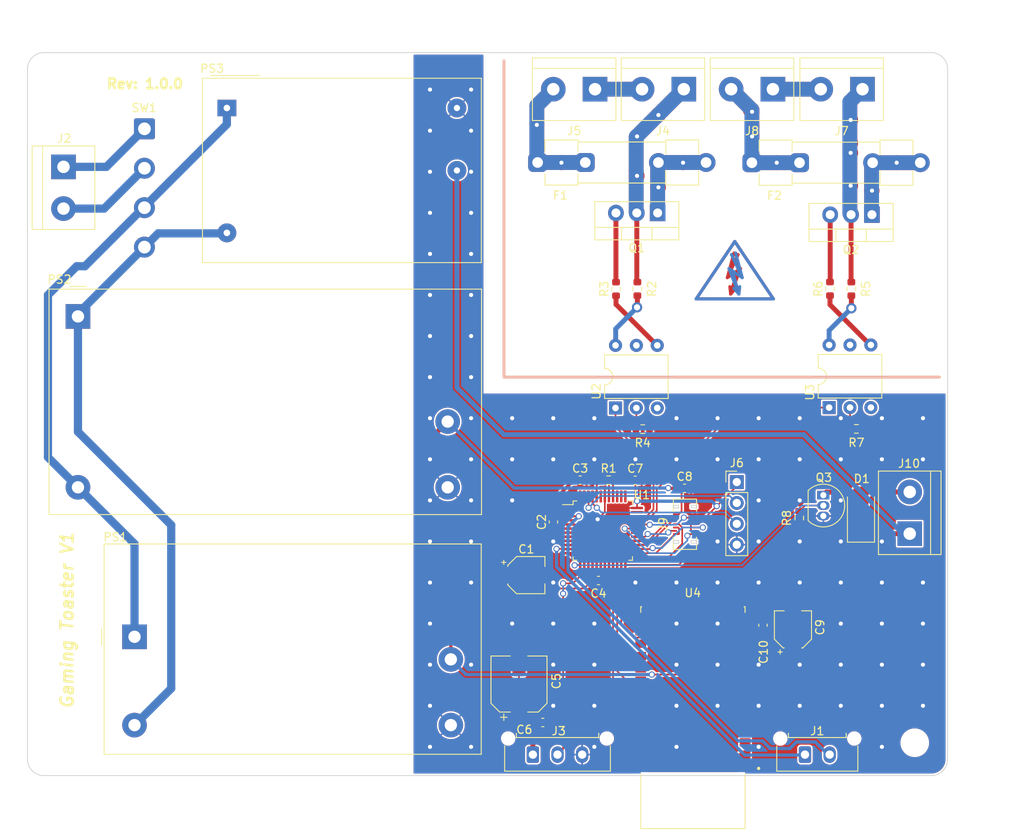
<source format=kicad_pcb>
(kicad_pcb (version 20221018) (generator pcbnew)
  (title_block (title "Gaming Toaster V1") (date "2023-02-19") (rev "1.0.0"))
  (layers (0 "F.Cu" signal) (31 "B.Cu" signal) (34 "B.Paste" user) (35 "F.Paste" user) (36 "B.SilkS" user "B.Silkscreen") (37 "F.SilkS" user "F.Silkscreen") (38 "B.Mask" user) (39 "F.Mask" user) (44 "Edge.Cuts" user))
  (net 0 "")
  (net 1 "+3V3")
  (net 2 "GND")
  (net 3 "+5V")
  (net 4 "+12V")
  (net 5 "Net-(D1-A)")
  (net 6 "Net-(U1-VDDCORE)")
  (net 7 "Net-(J4-Pin_2)")
  (net 8 "/SWDIO")
  (net 9 "/SWCLK")
  (net 10 "/L")
  (net 11 "/~{CS}_DISP")
  (net 12 "/~{RST}_LCD")
  (net 13 "/DC{slash}RS")
  (net 14 "/MOSI")
  (net 15 "/SCK")
  (net 16 "/MISO")
  (net 17 "/CLK")
  (net 18 "/~{CS}_T")
  (net 19 "/T_DETECT")
  (net 20 "/RX_BT")
  (net 21 "/TX_BT")
  (net 22 "/TH+")
  (net 23 "/TH-")
  (net 24 "/N")
  (net 25 "/LED_DIN")
  (net 26 "Net-(Q1-G)")
  (net 27 "Net-(Q2-G)")
  (net 28 "Net-(J4-Pin_1)")
  (net 29 "Net-(R2-Pad1)")
  (net 30 "/EMAGNET")
  (net 31 "Net-(R5-Pad1)")
  (net 32 "Net-(R3-Pad1)")
  (net 33 "/~{RST}")
  (net 34 "Net-(R4-Pad2)")
  (net 35 "Net-(R6-Pad1)")
  (net 36 "Net-(R7-Pad2)")
  (net 37 "/TOP_HEAT")
  (net 47 "/BOT_HEAT")
  (net 48 "/~{RST}_BT")
  (net 85 "Net-(J7-Pin_2)")
  (net 86 "Net-(J7-Pin_1)")
  (net 87 "Net-(Q1-A1)")
  (net 88 "Net-(Q2-A1)")
  (net 89 "Net-(J5-Pin_2)")
  (net 90 "Net-(J8-Pin_2)")
  (net 94 "Net-(#FLG01-pwr)")
  (net 95 "Net-(#FLG02-pwr)")
  (footprint "Package_TO_SOT_THT:TO-220-3_Vertical" (layer "F.Cu") (at 166.71 77.515 180)
    (fp_text reference "Q1")
    (fp_text value "BT139-600")
  )
  (footprint "TerminalBlock:TerminalBlock_bornier-2_P5.08mm" (layer "F.Cu") (at 191.64 62.455 180)
    (fp_text reference "J7")
    (fp_text value "Bottom Heater")
  )
  (footprint "Fuse:Fuseholder_Clip-5x20mm_Littelfuse_520_Inline_P20.50x5.80mm_D1.30mm_Horizontal" (layer "F.Cu") (at 152.1 71.375)
    (fp_text reference "F1")
    (fp_text value "7A")
  )
  (footprint "Capacitor_SMD:CP_Elec_4x3" (layer "F.Cu") (at 150.725 121.6)
    (fp_text reference "C1")
    (fp_text value "2u2/6v3")
  )
  (footprint "Symbol:Symbol_HighVoltage_Type2_CopperTop_VerySmall" (layer "F.Cu") (at 176.09652 85.18333)
    (fp_text reference "REF**" hide)
    (fp_text value "Symbol_HighVoltage_Type2_CopperTop_VerySmall")
  )
  (footprint "Capacitor_SMD:C_0603_1608Metric" (layer "F.Cu") (at 157.275 110.04)
    (fp_text reference "C3")
    (fp_text value "100n")
  )
  (footprint "MountingHole:MountingHole_3mm" (layer "F.Cu") (at 94 142)
    (fp_text reference "REF**" hide)
    (fp_text value "MountingHole_3mm")
  )
  (footprint "Converter_ACDC:Converter_ACDC_MeanWell_IRM-02-xx_THT" (layer "F.Cu") (at 114.275 64.74)
    (fp_text reference "PS3")
    (fp_text value "IRM-02-12")
  )
  (footprint "Resistor_SMD:R_0603_1608Metric" (layer "F.Cu") (at 164.89 103.825 180)
    (fp_text reference "R4")
    (fp_text value "220R")
  )
  (footprint "Resistor_SMD:R_0603_1608Metric" (layer "F.Cu") (at 161.64 86.765 90)
    (fp_text reference "R3")
    (fp_text value "220R")
  )
  (footprint "MountingHole:MountingHole_3mm" (layer "F.Cu") (at 94 62)
    (fp_text reference "REF**" hide)
    (fp_text value "MountingHole_3mm")
  )
  (footprint "Package_DIP:DIP-6_W7.62mm" (layer "F.Cu") (at 161.58 101.255 90)
    (fp_text reference "U2")
    (fp_text value "MOC3041M")
  )
  (footprint "Resistor_SMD:R_0603_1608Metric" (layer "F.Cu") (at 164.24 86.755 90)
    (fp_text reference "R2")
    (fp_text value "220R")
  )
  (footprint "Capacitor_SMD:C_0603_1608Metric" (layer "F.Cu") (at 169.99 111.035)
    (fp_text reference "C8")
    (fp_text value "100n")
  )
  (footprint "Resistor_SMD:R_0603_1608Metric" (layer "F.Cu") (at 160.74 110.045)
    (fp_text reference "R1")
    (fp_text value "10k")
  )
  (footprint "MountingHole:MountingHole_3mm" (layer "F.Cu") (at 198 142)
    (fp_text reference "REF**" hide)
    (fp_text value "MountingHole_3mm")
  )
  (footprint "MountingHole:MountingHole_3mm" (layer "F.Cu") (at 198 62)
    (fp_text reference "REF**" hide)
    (fp_text value "MountingHole_3mm")
  )
  (footprint "Package_TO_SOT_THT:TO-220-3_Vertical" (layer "F.Cu") (at 192.79 77.725 180)
    (fp_text reference "Q2")
    (fp_text value "BT139-600")
  )
  (footprint "Fuse:Fuseholder_Clip-5x20mm_Littelfuse_520_Inline_P20.50x5.80mm_D1.30mm_Horizontal" (layer "F.Cu") (at 178.175 71.4)
    (fp_text reference "F2")
    (fp_text value "7A")
  )
  (footprint "Package_DIP:DIP-6_W7.62mm" (layer "F.Cu") (at 187.58 101.205 90)
    (fp_text reference "U3")
    (fp_text value "MOC3041M")
  )
  (footprint "HC-05:HC-05" (layer "F.Cu") (at 171 138.625 180)
    (fp_text reference "U4")
    (fp_text value "HC-05")
  )
  (footprint "Diode_SMD:D_SMA" (layer "F.Cu") (at 191.455 114.075 90)
    (fp_text reference "D1")
    (fp_text value "1N4002")
  )
  (footprint "Connector_Wire:SolderWire-0.75sqmm_1x04_P4.8mm_D1.25mm_OD2.3mm" (layer "F.Cu") (at 104.24 67.275 -90)
    (fp_text reference "SW1")
    (fp_text value "Power")
  )
  (footprint "TerminalBlock:TerminalBlock_bornier-2_P5.08mm" (layer "F.Cu") (at 169.89 62.455 180)
    (fp_text reference "J4")
    (fp_text value "Top Heater")
  )
  (footprint "Capacitor_SMD:C_0603_1608Metric" (layer "F.Cu") (at 159.505 122.255)
    (fp_text reference "C4")
    (fp_text value "100n")
  )
  (footprint "Capacitor_SMD:C_0603_1608Metric" (layer "F.Cu") (at 179.525 127.7 90)
    (fp_text reference "C10")
    (fp_text value "100n")
  )
  (footprint "Package_QFP:TQFP-48_7x7mm_P0.5mm" (layer "F.Cu") (at 160.03 116.18)
    (fp_text reference "U1")
    (fp_text value "ATSAML21G16B-AUT")
  )
  (footprint "Converter_ACDC:Converter_ACDC_MeanWell_IRM-10-xx_THT" (layer "F.Cu") (at 103.035 129.105)
    (fp_text reference "PS1")
    (fp_text value "IRM-10-3.3")
  )
  (footprint "TerminalBlock:TerminalBlock_bornier-2_P5.08mm" (layer "F.Cu") (at 180.735 62.455 180)
    (fp_text reference "J8")
    (fp_text value "Mains")
  )
  (footprint "Capacitor_SMD:CP_Elec_4x3" (layer "F.Cu") (at 183.175 128.2 90)
    (fp_text reference "C9")
    (fp_text value "2u2/6v3")
  )
  (footprint "Connector_Molex:Molex_SlimStack_502426-1410_2x07_P0.40mm_Vertical" (layer "F.Cu") (at 170.03 115.405 90)
    (fp_text reference "J9")
    (fp_text value "Display")
    (fp_line (start -2.31 -1.41) (end -2.31 -0.76) (stroke (width 0.1)) (layer "Edge.Cuts"))
    (fp_line (start -2.31 -0.76) (end -1.99 -0.76) (stroke (width 0.1)) (layer "Edge.Cuts"))
    (fp_line (start -2.31 0.76) (end -2.31 1.41) (stroke (width 0.1)) (layer "Edge.Cuts"))
    (fp_line (start -2.31 1.41) (end -1.99 1.41) (stroke (width 0.1)) (layer "Edge.Cuts"))
    (fp_line (start -1.99 -1.41) (end -2.31 -1.41) (stroke (width 0.1)) (layer "Edge.Cuts"))
    (fp_line (start -1.99 -0.76) (end -1.99 -1.41) (stroke (width 0.1)) (layer "Edge.Cuts"))
    (fp_line (start -1.99 0.76) (end -2.31 0.76) (stroke (width 0.1)) (layer "Edge.Cuts"))
    (fp_line (start -1.99 1.41) (end -1.99 0.76) (stroke (width 0.1)) (layer "Edge.Cuts"))
    (fp_line (start 1.99 -1.41) (end 1.99 -0.76) (stroke (width 0.1)) (layer "Edge.Cuts"))
    (fp_line (start 1.99 -0.76) (end 2.31 -0.76) (stroke (width 0.1)) (layer "Edge.Cuts"))
    (fp_line (start 1.99 0.76) (end 1.99 1.41) (stroke (width 0.1)) (layer "Edge.Cuts"))
    (fp_line (start 1.99 1.41) (end 2.31 1.41) (stroke (width 0.1)) (layer "Edge.Cuts"))
    (fp_line (start 2.31 -1.41) (end 1.99 -1.41) (stroke (width 0.1)) (layer "Edge.Cuts"))
    (fp_line (start 2.31 -0.76) (end 2.31 -1.41) (stroke (width 0.1)) (layer "Edge.Cuts"))
    (fp_line (start 2.31 0.76) (end 1.99 0.76) (stroke (width 0.1)) (layer "Edge.Cuts"))
    (fp_line (start 2.31 1.41) (end 2.31 0.76) (stroke (width 0.1)) (layer "Edge.Cuts"))
  )
  (footprint "Connector_Molex:Molex_Micro-Fit_3.0_43650-0315_1x03_P3.00mm_Vertical" (layer "F.Cu") (at 151.52 143.445)
    (fp_text reference "J3")
    (fp_text value "LED Strip")
  )
  (footprint "Resistor_SMD:R_0603_1608Metric" (layer "F.Cu") (at 190.285 86.76 90)
    (fp_text reference "R5")
    (fp_text value "220R")
  )
  (footprint "Capacitor_SMD:C_0603_1608Metric" (layer "F.Cu") (at 163.98 110.065)
    (fp_text reference "C7")
    (fp_text value "100n")
  )
  (footprint "TerminalBlock:TerminalBlock_bornier-2_P5.08mm" (layer "F.Cu") (at 159.085 62.455 180)
    (fp_text reference "J5")
    (fp_text value "Mains")
  )
  (footprint "Connector_PinHeader_2.54mm:PinHeader_1x04_P2.54mm_Vertical" (layer "F.Cu") (at 176.34 110.275)
    (fp_text reference "J6")
    (fp_text value "SWD")
  )
  (footprint "Resistor_SMD:R_0603_1608Metric" (layer "F.Cu") (at 183.945 114.65 -90)
    (fp_text reference "R8")
    (fp_text value "10k")
  )
  (footprint "Package_TO_SOT_THT:TO-92_Inline" (layer "F.Cu") (at 186.875 111.86 -90)
    (fp_text reference "Q3")
    (fp_text value "BS107")
  )
  (footprint "Converter_ACDC:Converter_ACDC_MeanWell_IRM-20-xx_THT" (layer "F.Cu") (at 96.15 90.11)
    (fp_text reference "PS2")
    (fp_text value "IRM-20-5")
  )
  (footprint "Connector_Molex:Molex_Micro-Fit_3.0_43650-0215_1x02_P3.00mm_Vertical" (layer "F.Cu") (at 184.64 143.445)
    (fp_text reference "J1")
    (fp_text value "Thermocouple")
  )
  (footprint "TerminalBlock:TerminalBlock_bornier-2_P5.08mm" (layer "F.Cu") (at 197.39 116.555 90)
    (fp_text reference "J10")
    (fp_text value "Electromagnet")
  )
  (footprint "TerminalBlock:TerminalBlock_bornier-2_P5.08mm" (layer "F.Cu") (at 94.39 71.905 -90)
    (fp_text reference "J2")
    (fp_text value "Mains")
  )
  (footprint "Resistor_SMD:R_0603_1608Metric" (layer "F.Cu") (at 187.685 86.75 90)
    (fp_text reference "R6")
    (fp_text value "220R")
  )
  (footprint "Capacitor_SMD:CP_Elec_6.3x3.9" (layer "F.Cu") (at 149.83 134.855 90)
    (fp_text reference "C5")
    (fp_text value "100u/16v")
  )
  (footprint "Capacitor_SMD:C_0603_1608Metric" (layer "F.Cu") (at 154.025 115.13 90)
    (fp_text reference "C2")
    (fp_text value "100n")
  )
  (footprint "Capacitor_SMD:C_0603_1608Metric" (layer "F.Cu") (at 152.73 139.535)
    (fp_text reference "C6")
    (fp_text value "100n")
  )
  (footprint "Resistor_SMD:R_0603_1608Metric" (layer "F.Cu") (at 190.9 103.795 180)
    (fp_text reference "R7")
    (fp_text value "220R")
  )
  (footprint "Symbol:Symbol_HighVoltage_Type2_CopperTop_VerySmall" (layer "B.Cu") (at 176.09652 85.18333 180)
    (fp_text reference "REF**" hide)
    (fp_text value "Symbol_HighVoltage_Type2_CopperTop_VerySmall")
  )
  (gr_line (start 201 97.5) (end 148 97.5) (stroke (width 0.35)) (layer "B.SilkS"))
  (gr_line (start 148 59) (end 148 97.5) (stroke (width 0.35)) (layer "B.SilkS"))
  (gr_line (start 148 59) (end 148 97.5) (stroke (width 0.35)) (layer "F.SilkS"))
  (gr_line (start 159.2 97.5) (end 148 97.5) (stroke (width 0.35)) (layer "F.SilkS"))
  (gr_line (start 201 97.5) (end 194.8 97.5) (stroke (width 0.35)) (layer "F.SilkS"))
  (gr_line (start 185.4 97.5) (end 168.8 97.5) (stroke (width 0.35)) (layer "F.SilkS"))
  (gr_arc (start 90 60) (mid 90.585786 58.585786) (end 92 58) (stroke (width 0.1)) (layer "Edge.Cuts"))
  (gr_line (start 202 60) (end 202 144) (stroke (width 0.1)) (layer "Edge.Cuts"))
  (gr_line (start 200 146) (end 92 146) (stroke (width 0.1)) (layer "Edge.Cuts"))
  (gr_line (start 92 58) (end 200 58) (stroke (width 0.1)) (layer "Edge.Cuts"))
  (gr_arc (start 202 144) (mid 201.414214 145.414214) (end 200 146) (stroke (width 0.1)) (layer "Edge.Cuts"))
  (gr_arc (start 200 58) (mid 201.414214 58.585786) (end 202 60) (stroke (width 0.1)) (layer "Edge.Cuts"))
  (gr_line (start 90 144) (end 90 60) (stroke (width 0.1)) (layer "Edge.Cuts"))
  (gr_arc (start 92 146) (mid 90.585786 145.414214) (end 90 144) (stroke (width 0.1)) (layer "Edge.Cuts"))
  (gr_text "Rev: ${REVISION}" (at 99.5 62.5) (layer "F.SilkS") (effects (font (size 1.2 1.2) (thickness 0.3) bold) (justify left bottom)))
  (gr_text "Gaming Toaster V1" (at 95.7 138 90) (layer "F.SilkS") (effects (font (size 1.5 1.5) (thickness 0.3) bold italic) (justify left bottom)))
  (segment (start 150.55 123.225) (end 148.925 121.6) (width 0.2) (layer "F.Cu") (net 1))
  (segment (start 164 109.6) (end 163.25 108.85) (width 0.2) (layer "F.Cu") (net 1))
  (segment (start 159.9 108.85) (end 157.69 108.85) (width 0.2) (layer "F.Cu") (net 1))
  (segment (start 173.8975 113.1975) (end 171.69 115.405) (width 0.2) (layer "F.Cu") (net 1))
  (segment (start 164.2 113.4225) (end 164.1925 113.43) (width 0.2) (layer "F.Cu") (net 1))
  (segment (start 157.69 108.85) (end 156.5 110.04) (width 0.2) (layer "F.Cu") (net 1))
  (segment (start 141.535 128.99) (end 148.925 121.6) (width 0.4) (layer "F.Cu") (net 1))
  (segment (start 141.535 131.855) (end 141.535 128.99) (width 0.4) (layer "F.Cu") (net 1))
  (segment (start 148.925 121.6) (end 148.925 117.615) (width 0.4) (layer "F.Cu") (net 1))
  (segment (start 159.28 110.68) (end 159.915 110.045) (width 0.2) (layer "F.Cu") (net 1))
  (segment (start 176.34 110.275) (end 176.34 110.755) (width 0.2) (layer "F.Cu") (net 1))
  (segment (start 154.05 115.93) (end 154.025 115.905) (width 0.2) (layer "F.Cu") (net 1))
  (segment (start 154.025 115.905) (end 153.305 115.905) (width 0.2) (layer "F.Cu") (net 1))
  (segment (start 164.2 112.5895) (end 164.2 113.4225) (width 0.2) (layer "F.Cu") (net 1))
  (segment (start 163.25 108.85) (end 159.9 108.85) (width 0.2) (layer "F.Cu") (net 1))
  (segment (start 179.475 133.7) (end 183.175 130) (width 0.2) (layer "F.Cu") (net 1))
  (segment (start 176.34 110.755) (end 173.8975 113.1975) (width 0.2) (layer "F.Cu") (net 1))
  (segment (start 159.28 112.0175) (end 159.28 110.68) (width 0.2) (layer "F.Cu") (net 1))
  (segment (start 153.305 115.905) (end 151.97 114.57) (width 0.2) (layer "F.Cu") (net 1))
  (segment (start 155.8675 115.93) (end 154.05 115.93) (width 0.2) (layer "F.Cu") (net 1))
  (segment (start 164.2 112.5895) (end 164 112.3895) (width 0.2) (layer "F.Cu") (net 1))
  (segment (start 164 112.3895) (end 164 109.6) (width 0.2) (layer "F.Cu") (net 1))
  (segment (start 159.28 121.705) (end 157.76 123.225) (width 0.2) (layer "F.Cu") (net 1))
  (segment (start 171.69 115.405) (end 171.2425 115.405) (width 0.2) (layer "F.Cu") (net 1))
  (segment (start 151.97 114.57) (end 156.5 110.04) (width 0.4) (layer "F.Cu") (net 1))
  (segment (start 157.76 123.225) (end 150.55 123.225) (width 0.2) (layer "F.Cu") (net 1))
  (segment (start 166 133.7) (end 179.475 133.7) (width 0.2) (layer "F.Cu") (net 1))
  (segment (start 183.175 130) (end 181.625 128.45) (width 0.2) (layer "F.Cu") (net 1))
  (segment (start 181.625 128.45) (end 177.35 128.45) (width 0.2) (layer "F.Cu") (net 1))
  (segment (start 159.915 108.865) (end 159.9 108.85) (width 0.2) (layer "F.Cu") (net 1))
  (segment (start 159.915 110.045) (end 159.915 108.865) (width 0.2) (layer "F.Cu") (net 1))
  (segment (start 148.925 117.615) (end 151.97 114.57) (width 0.4) (layer "F.Cu") (net 1))
  (segment (start 159.28 120.3425) (end 159.28 121.705) (width 0.2) (layer "F.Cu") (net 1))
  (via (at 164.2 112.5895) (size 0.75) (drill 0.5) (layers "F.Cu" "B.Cu") (net 1))
  (via (at 173.8975 113.1975) (size 0.75) (drill 0.5) (layers "F.Cu" "B.Cu") (net 1))
  (via (at 166 133.7) (size 0.75) (drill 0.5) (layers "F.Cu" "B.Cu") (net 1))
  (segment (start 164.2 112.5895) (end 164.2105 112.6) (width 0.4) (layer "B.Cu") (net 1))
  (segment (start 143.38 133.7) (end 141.535 131.855) (width 0.4) (layer "B.Cu") (net 1))
  (segment (start 173.3 112.6) (end 173.8975 113.1975) (width 0.4) (layer "B.Cu") (net 1))
  (segment (start 166 133.7) (end 143.38 133.7) (width 0.4) (layer "B.Cu") (net 1))
  (segment (start 164.2105 112.6) (end 173.3 112.6) (width 0.4) (layer "B.Cu") (net 1))
  (segment (start 159.4 114.8) (end 158.77 115.43) (width 0.2) (layer "F.Cu") (net 2))
  (segment (start 159.4 114.8) (end 160.28 113.92) (width 0.2) (layer "F.Cu") (net 2))
  (segment (start 160.28 113.92) (end 160.28 112.0175) (width 0.2) (layer "F.Cu") (net 2))
  (segment (start 177.35 126.95) (end 177.3 126.95) (width 0.2) (layer "F.Cu") (net 2))
  (segment (start 177.3 126.95) (end 177.25 127) (width 0.2) (layer "F.Cu") (net 2))
  (segment (start 158.77 115.43) (end 155.8675 115.43) (width 0.2) (layer "F.Cu") (net 2))
  (via (at 184 137.5) (size 0.75) (drill 0.5) (layers "F.Cu" "B.Cu") (net 2))
  (via (at 139 122.5) (size 0.75) (drill 0.5) (layers "F.Cu" "B.Cu") (net 2))
  (via (at 139 92.5) (size 0.75) (drill 0.5) (layers "F.Cu" "B.Cu") (net 2))
  (via (at 184 117.5) (size 0.75) (drill 0.5) (layers "F.Cu" "B.Cu") (net 2))
  (via (at 169 127.5) (size 0.75) (drill 0.5) (layers "F.Cu" "B.Cu") (net 2))
  (via (at 174 122.5) (size 0.75) (drill 0.5) (layers "F.Cu" "B.Cu") (net 2))
  (via (at 149 112.5) (size 0.75) (drill 0.5) (layers "F.Cu" "B.Cu") (net 2))
  (via (at 199 137.5) (size 0.75) (drill 0.5) (layers "F.Cu" "B.Cu") (net 2))
  (via (at 154 127.5) (size 0.75) (drill 0.5) (layers "F.Cu" "B.Cu") (net 2))
  (via (at 199 127.5) (size 0.75) (drill 0.5) (layers "F.Cu" "B.Cu") (net 2))
  (via (at 169 132.5) (size 0.75) (drill 0.5) (layers "F.Cu" "B.Cu") (net 2))
  (via (at 164 107.5) (size 0.75) (drill 0.5) (layers "F.Cu" "B.Cu") (net 2))
  (via (at 139 142.5) (size 0.75) (drill 0.5) (layers "F.Cu" "B.Cu") (net 2))
  (via (at 159 127.5) (size 0.75) (drill 0.5) (layers "F.Cu" "B.Cu") (net 2))
  (via (at 149 127.5) (size 0.75) (drill 0.5) (layers "F.Cu" "B.Cu") (net 2))
  (via (at 194 117.5) (size 0.75) (drill 0.5) (layers "F.Cu" "B.Cu") (net 2))
  (via (at 144 77.5) (size 0.75) (drill 0.5) (layers "F.Cu" "B.Cu") (net 2))
  (via (at 159.4 114.8) (size 0.75) (drill 0.5) (layers "F.Cu" "B.Cu") (net 2))
  (via (at 164 122.5) (size 0.75) (drill 0.5) (layers "F.Cu" "B.Cu") (net 2))
  (via (at 144 117.5) (size 0.75) (drill 0.5) (layers "F.Cu" "B.Cu") (net 2))
  (via (at 169 137.5) (size 0.75) (drill 0.5) (layers "F.Cu" "B.Cu") (net 2))
  (via (at 189 107.5) (size 0.75) (drill 0.5) (layers "F.Cu" "B.Cu") (net 2))
  (via (at 159 142.5) (size 0.75) (drill 0.5) (layers "F.Cu" "B.Cu") (net 2))
  (via (at 149 102.5) (size 0.75) (drill 0.5) (layers "F.Cu" "B.Cu") (net 2))
  (via (at 154 137.5) (size 0.75) (drill 0.5) (layers "F.Cu" "B.Cu") (net 2))
  (via (at 154 102.5) (size 0.75) (drill 0.5) (layers "F.Cu" "B.Cu") (net 2))
  (via (at 144 142.5) (size 0.75) (drill 0.5) (layers "F.Cu" "B.Cu") (net 2))
  (via (at 174 107.5) (size 0.75) (drill 0.5) (layers "F.Cu" "B.Cu") (net 2))
  (via (at 189 127.5) (size 0.75) (drill 0.5) (layers "F.Cu" "B.Cu") (net 2))
  (via (at 159 137.5) (size 0.75) (drill 0.5) (layers "F.Cu" "B.Cu") (net 2))
  (via (at 189 112.5) (size 0.75) (drill 0.5) (layers "F.Cu" "B.Cu") (net 2))
  (via (at 154 107.5) (size 0.75) (drill 0.5) (layers "F.Cu" "B.Cu") (net 2))
  (via (at 199 102.5) (size 0.75) (drill 0.5) (layers "F.Cu" "B.Cu") (net 2))
  (via (at 154 132.5) (size 0.75) (drill 0.5) (layers "F.Cu" "B.Cu") (net 2))
  (via (at 144 97.5) (size 0.75) (drill 0.5) (layers "F.Cu" "B.Cu") (net 2))
  (via (at 139 82.5) (size 0.75) (drill 0.5) (layers "F.Cu" "B.Cu") (net 2))
  (via (at 199 132.5) (size 0.75) (drill 0.5) (layers "F.Cu" "B.Cu") (net 2))
  (via (at 174 132.5) (size 0.75) (drill 0.5) (layers "F.Cu" "B.Cu") (net 2))
  (via (at 139 97.5) (size 0.75) (drill 0.5) (layers "F.Cu" "B.Cu") (net 2))
  (via (at 184 107.5) (size 0.75) (drill 0.5) (layers "F.Cu" "B.Cu") (net 2))
  (via (at 179 132.5) (size 0.75) (drill 0.5) (layers "F.Cu" "B.Cu") (net 2))
  (via (at 194 122.5) (size 0.75) (drill 0.5) (layers "F.Cu" "B.Cu") (net 2))
  (via (at 154 117.5) (size 0.75) (drill 0.5) (layers "F.Cu" "B.Cu") (net 2))
  (via (at 174 137.5) (size 0.75) (drill 0.5) (layers "F.Cu" "B.Cu") (net 2))
  (via (at 184 132.5) (size 0.75) (drill 0.5) (layers "F.Cu" "B.Cu") (net 2))
  (via (at 144 112.5) (size 0.75) (drill 0.5) (layers "F.Cu" "B.Cu") (net 2))
  (via (at 189 132.5) (size 0.75) (drill 0.5) (layers "F.Cu" "B.Cu") (net 2))
  (via (at 189 137.5) (size 0.75) (drill 0.5) (layers "F.Cu" "B.Cu") (net 2))
  (via (at 194 142.5) (size 0.75) (drill 0.5) (layers "F.Cu" "B.Cu") (net 2))
  (via (at 154 122.5) (size 0.75) (drill 0.5) (layers "F.Cu" "B.Cu") (net 2))
  (via (at 179 102.5) (size 0.75) (drill 0.5) (layers "F.Cu" "B.Cu") (net 2))
  (via (at 189 102.5) (size 0.75) (drill 0.5) (layers "F.Cu" "B.Cu") (net 2))
  (via (at 184 102.5) (size 0.75) (drill 0.5) (layers "F.Cu" "B.Cu") (net 2))
  (via (at 194 127.5) (size 0.75) (drill 0.5) (layers "F.Cu" "B.Cu") (net 2))
  (via (at 139 77.5) (size 0.75) (drill 0.5) (layers "F.Cu" "B.Cu") (net 2))
  (via (at 179 107.5) (size 0.75) (drill 0.5) (layers "F.Cu" "B.Cu") (net 2))
  (via (at 169 107.5) (size 0.75) (drill 0.5) (layers "F.Cu" "B.Cu") (net 2))
  (via (at 179 137.5) (size 0.75) (drill 0.5) (layers "F.Cu" "B.Cu") (net 2))
  (via (at 169 122.5) (size 0.75) (drill 0.5) (layers "F.Cu" "B.Cu") (net 2))
  (via (at 194 137.5) (size 0.75) (drill 0.5) (layers "F.Cu" "B.Cu") (net 2))
  (via (at 139 67.5) (size 0.75) (drill 0.5) (layers "F.Cu" "B.Cu") (net 2))
  (via (at 194 132.5) (size 0.75) (drill 0.5) (layers "F.Cu" "B.Cu") (net 2))
  (via (at 144 62.5) (size 0.75) (drill 0.5) (layers "F.Cu" "B.Cu") (net 2))
  (via (at 139 117.5) (size 0.75) (drill 0.5) (layers "F.Cu" "B.Cu") (net 2))
  (via (at 144 67.5) (size 0.75) (drill 0.5) (layers "F.Cu" "B.Cu") (net 2))
  (via (at 139 87.5) (size 0.75) (drill 0.5) (layers "F.Cu" "B.Cu") (net 2))
  (via (at 184 122.5) (size 0.75) (drill 0.5) (layers "F.Cu" "B.Cu") (net 2))
  (via (at 169 142.5) (size 0.75) (drill 0.5) (layers "F.Cu" "B.Cu") (net 2))
  (via (at 159 102.5) (size 0.75) (drill 0.5) (layers "F.Cu" "B.Cu") (net 2))
  (via (at 139 62.5) (size 0.75) (drill 0.5) (layers "F.Cu" "B.Cu") (net 2))
  (via (at 139 112.5) (size 0.75) (drill 0.5) (layers "F.Cu" "B.Cu") (net 2))
  (via (at 149 107.5) (size 0.75) (drill 0.5) (layers "F.Cu" "B.Cu") (net 2))
  (via (at 189 117.5) (size 0.75) (drill 0.5) (layers "F.Cu" "B.Cu") (net 2))
  (via (at 144 72.5) (size 0.75) (drill 0.5) (layers "F.Cu" "B.Cu") (net 2))
  (via (at 139 107.5) (size 0.75) (drill 0.5) (layers "F.Cu" "B.Cu") (net 2))
  (via (at 139 127.5) (size 0.75) (drill 0.5) (layers "F.Cu" "B.Cu") (net 2))
  (via (at 144 132.5) (size 0.75) (drill 0.5) (layers "F.Cu" "B.Cu") (net 2))
  (via (at 174 102.5) (size 0.75) (drill 0.5) (layers "F.Cu" "B.Cu") (net 2))
  (via (at 179 142.5) (size 0.75) (drill 0.5) (layers "F.Cu" "B.Cu") (net 2))
  (via (at 159 107.5) (size 0.75) (drill 0.5) (layers "F.Cu" "B.Cu") (net 2))
  (via (at 139 137.5) (size 0.75) (drill 0.5) (layers "F.Cu" "B.Cu") (net 2))
  (via (at 144 107.5) (size 0.75) (drill 0.5) (layers "F.Cu" "B.Cu") (net 2))
  (via (at 139 102.5) (size 0.75) (drill 0.5) (layers "F.Cu" "B.Cu") (net 2))
  (via (at 174 127.5) (size 0.75) (drill 0.5) (layers "F.Cu" "B.Cu") (net 2))
  (via (at 144 102.5) (size 0.75) (drill 0.5) (layers "F.Cu" "B.Cu") (net 2))
  (via (at 179 112.5) (size 0.75) (drill 0.5) (layers "F.Cu" "B.Cu") (net 2))
  (via (at 199 122.5) (size 0.75) (drill 0.5) (layers "F.Cu" "B.Cu") (net 2))
  (via (at 144 122.5) (size 0.75) (drill 0.5) (layers "F.Cu" "B.Cu") (net 2))
  (via (at 194 102.5) (size 0.75) (drill 0.5) (layers "F.Cu" "B.Cu") (net 2))
  (via (at 199 107.5) (size 0.75) (drill 0.5) (layers "F.Cu" "B.Cu") (net 2))
  (via (at 184 112.5) (size 0.75) (drill 0.5) (layers "F.Cu" "B.Cu") (net 2))
  (via (at 179 122.5) (size 0.75) (drill 0.5) (layers "F.Cu" "B.Cu") (net 2))
  (via (at 139 72.5) (size 0.75) (drill 0.5) (layers "F.Cu" "B.Cu") (net 2))
  (via (at 169 102.5) (size 0.75) (drill 0.5) (layers "F.Cu" "B.Cu") (net 2))
  (via (at 139 132.5) (size 0.75) (drill 0.5) (layers "F.Cu" "B.Cu") (net 2))
  (via (at 144 87.5) (size 0.75) (drill 0.5) (layers "F.Cu" "B.Cu") (net 2))
  (via (at 144 82.5) (size 0.75) (drill 0.5) (layers "F.Cu" "B.Cu") (net 2))
  (via (at 144 92.5) (size 0.75) (drill 0.5) (layers "F.Cu" "B.Cu") (net 2))
  (via (at 194 107.5) (size 0.75) (drill 0.5) (layers "F.Cu" "B.Cu") (net 2))
  (via (at 189 122.5) (size 0.75) (drill 0.5) (layers "F.Cu" "B.Cu") (net 2))
  (via (at 179 117.5) (size 0.75) (drill 0.5) (layers "F.Cu" "B.Cu") (net 2))
  (via (at 159 132.5) (size 0.75) (drill 0.5) (layers "F.Cu" "B.Cu") (net 2))
  (via (at 174 117.5) (size 0.75) (drill 0.5) (layers "F.Cu" "B.Cu") (net 2))
  (segment (start 151.52 143.445) (end 151.52 140.35) (width 0.6) (layer "F.Cu") (net 3))
  (segment (start 138 133.5) (end 138 106.06) (width 0.6) (layer "F.Cu") (net 3))
  (segment (start 169.62 113.84) (end 169.62 111.44) (width 0.2) (layer "F.Cu") (net 3))
  (segment (start 138 106.06) (end 141.15 102.91) (width 0.6) (layer "F.Cu") (net 3))
  (segment (start 149.83 137.555) (end 149.275 137) (width 0.6) (layer "F.Cu") (net 3))
  (segment (start 152 139) (end 150.555 137.555) (width 0.6) (layer "F.Cu") (net 3))
  (segment (start 169.255 114.205) (end 169.62 113.84) (width 0.2) (layer "F.Cu") (net 3))
  (segment (start 168.035 111.035) (end 168 111) (width 0.4) (layer "F.Cu") (net 3))
  (segment (start 152 139.87) (end 152 139) (width 0.6) (layer "F.Cu") (net 3))
  (segment (start 168.8175 114.205) (end 169.255 114.205) (width 0.2) (layer "F.Cu") (net 3))
  (segment (start 169.62 111.44) (end 169.215 111.035) (width 0.2) (layer "F.Cu") (net 3))
  (segment (start 169.215 111.035) (end 168.035 111.035) (width 0.4) (layer "F.Cu") (net 3))
  (segment (start 151.52 140.35) (end 152 139.87) (width 0.6) (layer "F.Cu") (net 3))
  (segment (start 150.555 137.555) (end 149.83 137.555) (width 0.6) (layer "F.Cu") (net 3))
  (segment (start 149.275 137) (end 141.5 137) (width 0.6) (layer "F.Cu") (net 3))
  (segment (start 141.5 137) (end 138 133.5) (width 0.6) (layer "F.Cu") (net 3))
  (via (at 168 111) (size 0.75) (drill 0.5) (layers "F.Cu" "B.Cu") (net 3))
  (segment (start 149.24 111) (end 141.15 102.91) (width 0.4) (layer "B.Cu") (net 3))
  (segment (start 168 111) (end 149.24 111) (width 0.4) (layer "B.Cu") (net 3))
  (segment (start 191.935 116.555) (end 197.39 116.555) (width 0.6) (layer "F.Cu") (net 4))
  (segment (start 191.455 116.075) (end 191.935 116.555) (width 0.6) (layer "F.Cu") (net 4))
  (segment (start 142.275 72.34) (end 142.275 98.775) (width 0.6) (layer "B.Cu") (net 4))
  (segment (start 184.5 104.5) (end 196.555 116.555) (width 0.6) (layer "B.Cu") (net 4))
  (segment (start 142.275 98.775) (end 148 104.5) (width 0.6) (layer "B.Cu") (net 4))
  (segment (start 196.555 116.555) (end 197.39 116.555) (width 0.6) (layer "B.Cu") (net 4))
  (segment (start 148 104.5) (end 184.5 104.5) (width 0.6) (layer "B.Cu") (net 4))
  (segment (start 190.88 111.5) (end 187.235 111.5) (width 0.6) (layer "F.Cu") (net 5))
  (segment (start 187.235 111.5) (end 186.875 111.86) (width 0.6) (layer "F.Cu") (net 5))
  (segment (start 192.055 111.475) (end 197.39 111.475) (width 0.6) (layer "F.Cu") (net 5))
  (segment (start 191.455 112.075) (end 190.88 111.5) (width 0.6) (layer "F.Cu") (net 5))
  (segment (start 191.455 112.075) (end 192.055 111.475) (width 0.6) (layer "F.Cu") (net 5))
  (segment (start 163.205 110.065) (end 162.34 109.2) (width 0.2) (layer "F.Cu") (net 6))
  (segment (start 162.34 109.2) (end 161.2 109.2) (width 0.2) (layer "F.Cu") (net 6))
  (segment (start 161.2 109.2) (end 160.78 109.62) (width 0.2) (layer "F.Cu") (net 6))
  (segment (start 160.78 109.62) (end 160.78 112.0175) (width 0.2) (layer "F.Cu") (net 6))
  (segment (start 164.81 62.455) (end 159.085 62.455) (width 1.8) (layer "F.Cu") (net 7))
  (segment (start 159.085 62.455) (end 164.81 62.455) (width 1.8) (layer "B.Cu") (net 7))
  (segment (start 158.3 112.0375) (end 158.28 112.0175) (width 0.2) (layer "F.Cu") (net 8))
  (segment (start 158.3 113.4) (end 158.3 112.0375) (width 0.2) (layer "F.Cu") (net 8))
  (via (at 158.3 113.4) (size 0.75) (drill 0.5) (layers "F.Cu" "B.Cu") (net 8))
  (segment (start 176.34 112.815) (end 175.49 111.965) (width 0.2) (layer "B.Cu") (net 8))
  (segment (start 175.49 111.965) (end 159.735 111.965) (width 0.2) (layer "B.Cu") (net 8))
  (segment (start 159.735 111.965) (end 158.3 113.4) (width 0.2) (layer "B.Cu") (net 8))
  (segment (start 158.78 112.0175) (end 158.78 112.88) (width 0.2) (layer "F.Cu") (net 9))
  (segment (start 158.78 112.88) (end 159.3 113.4) (width 0.2) (layer "F.Cu") (net 9))
  (via (at 159.3 113.4) (size 0.75) (drill 0.5) (layers "F.Cu" "B.Cu") (net 9))
  (segment (start 159.3 113.4) (end 159.875 113.975) (width 0.2) (layer "B.Cu") (net 9))
  (segment (start 159.875 113.975) (end 174.96 113.975) (width 0.2) (layer "B.Cu") (net 9))
  (segment (start 174.96 113.975) (end 176.34 115.355) (width 0.2) (layer "B.Cu") (net 9))
  (segment (start 99.61 71.905) (end 104.24 67.275) (width 1) (layer "B.Cu") (net 10))
  (segment (start 94.39 71.905) (end 99.61 71.905) (width 1) (layer "B.Cu") (net 10))
  (segment (start 165.545 117.43) (end 168.37 114.605) (width 0.2) (layer "F.Cu") (net 11))
  (segment (start 164.1925 117.43) (end 165.545 117.43) (width 0.2) (layer "F.Cu") (net 11))
  (segment (start 168.37 114.605) (end 168.8175 114.605) (width 0.2) (layer "F.Cu") (net 11))
  (segment (start 169.905 114.605) (end 171.2425 114.605) (width 0.2) (layer "F.Cu") (net 12))
  (segment (start 164.1925 115.43) (end 165.703113 115.43) (width 0.2) (layer "F.Cu") (net 12))
  (segment (start 165.703113 115.43) (end 165.739623 115.46651) (width 0.2) (layer "F.Cu") (net 12))
  (segment (start 169.9 114.6) (end 169.905 114.605) (width 0.2) (layer "F.Cu") (net 12))
  (via (at 169.9 114.6) (size 0.75) (drill 0.5) (layers "F.Cu" "B.Cu") (net 12))
  (via (at 165.739623 115.46651) (size 0.75) (drill 0.5) (layers "F.Cu" "B.Cu") (net 12))
  (segment (start 169.03349 115.46651) (end 165.739623 115.46651) (width 0.2) (layer "B.Cu") (net 12))
  (segment (start 169.9 114.6) (end 169.03349 115.46651) (width 0.2) (layer "B.Cu") (net 12))
  (segment (start 168.464974 115.005) (end 168.8175 115.005) (width 0.2) (layer "F.Cu") (net 13))
  (segment (start 165.539974 117.93) (end 168.464974 115.005) (width 0.2) (layer "F.Cu") (net 13))
  (segment (start 164.1925 117.93) (end 165.539974 117.93) (width 0.2) (layer "F.Cu") (net 13))
  (segment (start 171.2425 116.205) (end 170.795 116.205) (width 0.2) (layer "F.Cu") (net 14))
  (segment (start 170.795 116.205) (end 170.755 116.165) (width 0.2) (layer "F.Cu") (net 14))
  (segment (start 170.795 115.005) (end 171.2425 115.005) (width 0.2) (layer "F.Cu") (net 14))
  (segment (start 169.307475 120.3425) (end 171.79 117.859975) (width 0.2) (layer "F.Cu") (net 14))
  (segment (start 170.755 116.165) (end 170.755 115.045) (width 0.2) (layer "F.Cu") (net 14))
  (segment (start 170.755 115.045) (end 170.795 115.005) (width 0.2) (layer "F.Cu") (net 14))
  (segment (start 162.78 120.3425) (end 169.307475 120.3425) (width 0.2) (layer "F.Cu") (net 14))
  (segment (start 171.56 116.205) (end 171.2425 116.205) (width 0.2) (layer "F.Cu") (net 14))
  (segment (start 171.79 116.435) (end 171.56 116.205) (width 0.2) (layer "F.Cu") (net 14))
  (segment (start 171.79 117.859975) (end 171.79 116.435) (width 0.2) (layer "F.Cu") (net 14))
  (segment (start 155.8675 118.93) (end 156.2675 119.33) (width 0.2) (layer "F.Cu") (net 15))
  (segment (start 169.7 117.779975) (end 169.7 115.805026) (width 0.2) (layer "F.Cu") (net 15))
  (segment (start 169.299974 115.405) (end 168.8175 115.405) (width 0.2) (layer "F.Cu") (net 15))
  (segment (start 169.7 115.805026) (end 169.299974 115.405) (width 0.2) (layer "F.Cu") (net 15))
  (segment (start 156.2675 119.33) (end 168.149975 119.33) (width 0.2) (layer "F.Cu") (net 15))
  (segment (start 168.149975 119.33) (end 169.7 117.779975) (width 0.2) (layer "F.Cu") (net 15))
  (segment (start 168.8175 116.605) (end 169.265 116.605) (width 0.2) (layer "F.Cu") (net 16))
  (segment (start 164.1925 118.93) (end 166.4925 118.93) (width 0.2) (layer "F.Cu") (net 16))
  (segment (start 169.305 115.905) (end 169.205 115.805) (width 0.2) (layer "F.Cu") (net 16))
  (segment (start 169.205 115.805) (end 168.8175 115.805) (width 0.2) (layer "F.Cu") (net 16))
  (segment (start 169.265 116.605) (end 169.305 116.565) (width 0.2) (layer "F.Cu") (net 16))
  (segment (start 166.4925 118.93) (end 168.8175 116.605) (width 0.2) (layer "F.Cu") (net 16))
  (segment (start 169.305 116.565) (end 169.305 115.905) (width 0.2) (layer "F.Cu") (net 16))
  (segment (start 164.1925 118.43) (end 165.9755 118.43) (width 0.2) (layer "F.Cu") (net 17))
  (segment (start 172.2 115.8) (end 172.195 115.805) (width 0.2) (layer "F.Cu") (net 17))
  (segment (start 172.195 115.805) (end 171.2425 115.805) (width 0.2) (layer "F.Cu") (net 17))
  (segment (start 165.9755 118.43) (end 166.1 118.3055) (width 0.2) (layer "F.Cu") (net 17))
  (via (at 166.1 118.3055) (size 0.75) (drill 0.5) (layers "F.Cu" "B.Cu") (net 17))
  (via (at 172.2 115.8) (size 0.75) (drill 0.5) (layers "F.Cu" "B.Cu") (net 17))
  (segment (start 172.2 115.8) (end 169.720025 115.8) (width 0.2) (layer "B.Cu") (net 17))
  (segment (start 167.214525 118.3055) (end 166.1 118.3055) (width 0.2) (layer "B.Cu") (net 17))
  (segment (start 169.720025 115.8) (end 167.214525 118.3055) (width 0.2) (layer "B.Cu") (net 17))
  (segment (start 165.161822 116.93) (end 165.495911 116.595911) (width 0.2) (layer "F.Cu") (net 18))
  (segment (start 168 116.4) (end 168.195 116.205) (width 0.2) (layer "F.Cu") (net 18))
  (segment (start 168.195 116.205) (end 168.8175 116.205) (width 0.2) (layer "F.Cu") (net 18))
  (segment (start 164.1925 116.93) (end 165.161822 116.93) (width 0.2) (layer "F.Cu") (net 18))
  (via (at 168 116.4) (size 0.75) (drill 0.5) (layers "F.Cu" "B.Cu") (net 18))
  (via (at 165.495911 116.595911) (size 0.75) (drill 0.5) (layers "F.Cu" "B.Cu") (net 18))
  (segment (start 165.495911 116.595911) (end 167.804089 116.595911) (width 0.2) (layer "B.Cu") (net 18))
  (segment (start 167.804089 116.595911) (end 168 116.4) (width 0.2) (layer "B.Cu") (net 18))
  (segment (start 170.5195 116.605) (end 171.2425 116.605) (width 0.2) (layer "F.Cu") (net 19))
  (segment (start 162.7 115.93) (end 164.1925 115.93) (width 0.2) (layer "F.Cu") (net 19))
  (segment (start 170.3245 116.8) (end 170.5195 116.605) (width 0.2) (layer "F.Cu") (net 19))
  (via (at 170.3245 116.8) (size 0.75) (drill 0.5) (layers "F.Cu" "B.Cu") (net 19))
  (via (at 162.7 115.93) (size 0.75) (drill 0.5) (layers "F.Cu" "B.Cu") (net 19))
  (segment (start 162.7 115.95) (end 162.7 115.93) (width 0.2) (layer "B.Cu") (net 19))
  (segment (start 170.3245 116.8) (end 170.3245 117.3755) (width 0.2) (layer "B.Cu") (net 19))
  (segment (start 170.3245 117.3755) (end 168.7695 118.9305) (width 0.2) (layer "B.Cu") (net 19))
  (segment (start 168.7695 118.9305) (end 165.6805 118.9305) (width 0.2) (layer "B.Cu") (net 19))
  (segment (start 165.6805 118.9305) (end 162.7 115.95) (width 0.2) (layer "B.Cu") (net 19))
  (segment (start 161.78 133.28) (end 161.78 120.3425) (width 0.2) (layer "F.Cu") (net 20))
  (segment (start 177.3 143.4) (end 175.9 143.4) (width 0.2) (layer "F.Cu") (net 20))
  (segment (start 167.7 135.2) (end 163.7 135.2) (width 0.2) (layer "F.Cu") (net 20))
  (segment (start 175.9 143.4) (end 167.7 135.2) (width 0.2) (layer "F.Cu") (net 20))
  (segment (start 177.35 143.45) (end 177.3 143.4) (width 0.2) (layer "F.Cu") (net 20))
  (segment (start 163.7 135.2) (end 161.78 133.28) (width 0.2) (layer "F.Cu") (net 20))
  (segment (start 177.35 144.95) (end 175.45 144.95) (width 0.2) (layer "F.Cu") (net 21))
  (segment (start 161.28 134.23) (end 161.28 120.3425) (width 0.2) (layer "F.Cu") (net 21))
  (segment (start 175.45 144.95) (end 167.2 136.7) (width 0.2) (layer "F.Cu") (net 21))
  (segment (start 163.75 136.7) (end 161.28 134.23) (width 0.2) (layer "F.Cu") (net 21))
  (segment (start 167.2 136.7) (end 163.75 136.7) (width 0.2) (layer "F.Cu") (net 21))
  (segment (start 154.4 118.4) (end 155.8375 118.4) (width 0.2) (layer "F.Cu") (net 22))
  (segment (start 155.8375 118.4) (end 155.8675 118.43) (width 0.2) (layer "F.Cu") (net 22))
  (via (at 154.4 118.4) (size 0.75) (drill 0.5) (layers "F.Cu" "B.Cu") (net 22))
  (segment (start 184.585 143.5) (end 184.64 143.445) (width 0.4) (layer "B.Cu") (net 22))
  (segment (start 154.4 118.4) (end 154.4 120.6) (width 0.4) (layer "B.Cu") (net 22))
  (segment (start 154.4 120.6) (end 177.3 143.5) (width 0.4) (layer "B.Cu") (net 22))
  (segment (start 177.3 143.5) (end 184.585 143.5) (width 0.4) (layer "B.Cu") (net 22))
  (segment (start 157.1 114.43) (end 155.8675 114.43) (width 0.2) (layer "F.Cu") (net 23))
  (via (at 157.1 114.43) (size 0.75) (drill 0.5) (layers "F.Cu" "B.Cu") (net 23))
  (segment (start 176.475 141.775) (end 179.475 141.775) (width 0.4) (layer "B.Cu") (net 23))
  (segment (start 179.475 141.775) (end 180.4 142.7) (width 0.4) (layer "B.Cu") (net 23))
  (segment (start 185.9 141.9) (end 187.445 143.445) (width 0.4) (layer "B.Cu") (net 23))
  (segment (start 183.6 141.9) (end 185.9 141.9) (width 0.4) (layer "B.Cu") (net 23))
  (segment (start 187.445 143.445) (end 187.64 143.445) (width 0.4) (layer "B.Cu") (net 23))
  (segment (start 155.8 121.1) (end 176.475 141.775) (width 0.4) (layer "B.Cu") (net 23))
  (segment (start 155.8 115.73) (end 155.8 121.1) (width 0.4) (layer "B.Cu") (net 23))
  (segment (start 157.1 114.43) (end 155.8 115.73) (width 0.4) (layer "B.Cu") (net 23))
  (segment (start 180.4 142.7) (end 182.8 142.7) (width 0.4) (layer "B.Cu") (net 23))
  (segment (start 182.8 142.7) (end 183.6 141.9) (width 0.4) (layer "B.Cu") (net 23))
  (segment (start 99.33 76.985) (end 94.39 76.985) (width 1) (layer "B.Cu") (net 24))
  (segment (start 104.24 72.075) (end 99.33 76.985) (width 1) (layer "B.Cu") (net 24))
  (segment (start 155.2 142.765) (end 154.52 143.445) (width 0.2) (layer "F.Cu") (net 25))
  (segment (start 155.2 123.8495) (end 155.2 142.765) (width 0.2) (layer "F.Cu") (net 25))
  (segment (start 156.4 122.6) (end 157.78 121.22) (width 0.2) (layer "F.Cu") (net 25))
  (segment (start 155.2 122.6) (end 156.4 122.6) (width 0.2) (layer "F.Cu") (net 25))
  (segment (start 157.78 121.22) (end 157.78 120.3425) (width 0.2) (layer "F.Cu") (net 25))
  (via (at 155.2 122.6) (size 0.75) (drill 0.5) (layers "F.Cu" "B.Cu") (net 25))
  (via (at 155.2 123.8495) (size 0.75) (drill 0.5) (layers "F.Cu" "B.Cu") (net 25))
  (segment (start 155.2 123.8495) (end 155.2 122.6) (width 0.2) (layer "B.Cu") (net 25))
  (segment (start 161.63 85.93) (end 161.64 85.94) (width 0.6) (layer "F.Cu") (net 26))
  (segment (start 161.63 77.515) (end 161.63 85.93) (width 0.6) (layer "F.Cu") (net 26))
  (segment (start 187.685 85.925) (end 187.71 85.9) (width 0.6) (layer "F.Cu") (net 27))
  (segment (start 187.71 85.9) (end 187.71 77.725) (width 0.6) (layer "F.Cu") (net 27))
  (segment (start 166.745 65.6) (end 164.2 68.145) (width 1.8) (layer "F.Cu") (net 28))
  (segment (start 164.17 85.86) (end 164.17 77.515) (width 0.6) (layer "F.Cu") (net 28))
  (segment (start 169.89 62.455) (end 166.8 65.545) (width 1.8) (layer "F.Cu") (net 28))
  (segment (start 164.1 68.245) (end 164.145 68.2) (width 1.8) (layer "F.Cu") (net 28))
  (segment (start 164.1 72.4) (end 164.1 72.9) (width 1.8) (layer "F.Cu") (net 28))
  (segment (start 164.24 85.93) (end 164.17 85.86) (width 0.6) (layer "F.Cu") (net 28))
  (segment (start 164.2 68.145) (end 164.2 68.2) (width 1.8) (layer "F.Cu") (net 28))
  (segment (start 164.1 73.1) (end 164.1 77.445) (width 1.8) (layer "F.Cu") (net 28))
  (segment (start 164.2 73) (end 164.1 73.1) (width 1.8) (layer "F.Cu") (net 28))
  (segment (start 166.8 65.545) (end 166.8 65.6) (width 1.8) (layer "F.Cu") (net 28))
  (segment (start 164.1 72.4) (end 164.1 68.245) (width 1.8) (layer "F.Cu") (net 28))
  (segment (start 164.145 68.2) (end 164.2 68.2) (width 1.8) (layer "F.Cu") (net 28))
  (segment (start 166.8 65.6) (end 166.745 65.6) (width 1.8) (layer "F.Cu") (net 28))
  (segment (start 164.1 77.445) (end 164.17 77.515) (width 1.8) (layer "F.Cu") (net 28))
  (segment (start 164.1 72.9) (end 164.2 73) (width 1.8) (layer "F.Cu") (net 28))
  (via (at 166.8 65.6) (size 0.75) (drill 0.5) (layers "F.Cu" "B.Cu") (net 28))
  (via (at 164.2 68.2) (size 0.75) (drill 0.5) (layers "F.Cu" "B.Cu") (net 28))
  (via (at 164.2 73) (size 0.75) (drill 0.5) (layers "F.Cu" "B.Cu") (net 28))
  (segment (start 164.1 77.445) (end 164.17 77.515) (width 1.8) (layer "B.Cu") (net 28))
  (segment (start 169.89 62.455) (end 164.1 68.245) (width 1.8) (layer "B.Cu") (net 28))
  (segment (start 164.1 68.245) (end 164.1 77.445) (width 1.8) (layer "B.Cu") (net 28))
  (segment (start 164.24 88.96) (end 164.24 87.58) (width 0.6) (layer "F.Cu") (net 29))
  (segment (start 164.2 89) (end 164.24 88.96) (width 0.4) (layer "F.Cu") (net 29))
  (via (at 164.2 89) (size 1.25) (drill 0.75) (layers "F.Cu" "B.Cu") (net 29))
  (segment (start 161.6 93.615) (end 161.58 93.635) (width 0.6) (layer "B.Cu") (net 29))
  (segment (start 164.2 89.02) (end 161.6 91.62) (width 0.6) (layer "B.Cu") (net 29))
  (segment (start 164.2 89) (end 164.2 89.02) (width 0.6) (layer "B.Cu") (net 29))
  (segment (start 161.6 91.62) (end 161.6 93.615) (width 0.6) (layer "B.Cu") (net 29))
  (segment (start 156.6575 120.3425) (end 156.6 120.4) (width 0.2) (layer "F.Cu") (net 30))
  (segment (start 184.64 113.13) (end 183.945 113.825) (width 0.2) (layer "F.Cu") (net 30))
  (segment (start 157.28 120.3425) (end 156.6575 120.3425) (width 0.2) (layer "F.Cu") (net 30))
  (segment (start 186.875 113.13) (end 184.64 113.13) (width 0.2) (layer "F.Cu") (net 30))
  (via (at 156.6 120.4) (size 0.75) (drill 0.5) (layers "F.Cu" "B.Cu") (net 30))
  (segment (start 176.983884 120.4) (end 184.253884 113.13) (width 0.2) (layer "B.Cu") (net 30))
  (segment (start 156.6 120.4) (end 176.983884 120.4) (width 0.2) (layer "B.Cu") (net 30))
  (segment (start 184.253884 113.13) (end 186.875 113.13) (width 0.2) (layer "B.Cu") (net 30))
  (segment (start 190.285 89.115) (end 190.285 87.585) (width 0.6) (layer "F.Cu") (net 31))
  (via (at 190.285 89.115) (size 1.25) (drill 0.75) (layers "F.Cu" "B.Cu") (net 31))
  (segment (start 190.285 89.115) (end 187.58 91.82) (width 0.6) (layer "B.Cu") (net 31))
  (segment (start 187.58 91.82) (end 187.58 93.585) (width 0.6) (layer "B.Cu") (net 31))
  (segment (start 161.64 87.59) (end 161.64 88.64) (width 0.6) (layer "F.Cu") (net 32))
  (segment (start 161.64 88.64) (end 166.635 93.635) (width 0.6) (layer "F.Cu") (net 32))
  (segment (start 166.635 93.635) (end 166.66 93.635) (width 0.6) (layer "F.Cu") (net 32))
  (segment (start 161.28 110.33) (end 161.565 110.045) (width 0.2) (layer "F.Cu") (net 33))
  (segment (start 161.28 112.0175) (end 161.28 110.33) (width 0.2) (layer "F.Cu") (net 33))
  (segment (start 164.12 101.255) (end 164.12 103.77) (width 0.2) (layer "F.Cu") (net 34))
  (segment (start 164.12 103.77) (end 164.065 103.825) (width 0.2) (layer "F.Cu") (net 34))
  (segment (start 187.685 88.685) (end 192.585 93.585) (width 0.6) (layer "F.Cu") (net 35))
  (segment (start 192.585 93.585) (end 192.66 93.585) (width 0.6) (layer "F.Cu") (net 35))
  (segment (start 187.685 87.575) (end 187.685 88.685) (width 0.6) (layer "F.Cu") (net 35))
  (segment (start 190.12 101.205) (end 190.12 103.75) (width 0.2) (layer "F.Cu") (net 36))
  (segment (start 190.12 103.75) (end 190.075 103.795) (width 0.2) (layer "F.Cu") (net 36))
  (segment (start 165.37 114.43) (end 166.2 113.6) (width 0.2) (layer "F.Cu") (net 37))
  (segment (start 166.2 113.6) (end 166.2 108.2) (width 0.2) (layer "F.Cu") (net 37))
  (segment (start 161.58 103.58) (end 161.58 101.255) (width 0.2) (layer "F.Cu") (net 37))
  (segment (start 166.2 108.2) (end 161.58 103.58) (width 0.2) (layer "F.Cu") (net 37))
  (segment (start 164.1925 114.43) (end 165.37 114.43) (width 0.2) (layer "F.Cu") (net 37))
  (segment (start 166.6 113.75) (end 166.6 111.15) (width 0.2) (layer "F.Cu") (net 47))
  (segment (start 176.545 101.205) (end 187.58 101.205) (width 0.2) (layer "F.Cu") (net 47))
  (segment (start 166.6 111.15) (end 176.545 101.205) (width 0.2) (layer "F.Cu") (net 47))
  (segment (start 165.42 114.93) (end 166.6 113.75) (width 0.2) (layer "F.Cu") (net 47))
  (segment (start 164.1925 114.93) (end 165.42 114.93) (width 0.2) (layer "F.Cu") (net 47))
  (segment (start 177.35 129.95) (end 176.6 129.2) (width 0.2) (layer "F.Cu") (net 48))
  (segment (start 162.28 127.68) (end 162.28 120.3425) (width 0.2) (layer "F.Cu") (net 48))
  (segment (start 163.8 129.2) (end 162.28 127.68) (width 0.2) (layer "F.Cu") (net 48))
  (segment (start 176.6 129.2) (end 163.8 129.2) (width 0.2) (layer "F.Cu") (net 48))
  (segment (start 180.735 62.455) (end 186.56 62.455) (width 1.8) (layer "F.Cu") (net 85))
  (segment (start 180.735 62.455) (end 186.56 62.455) (width 1.8) (layer "B.Cu") (net 85))
  (segment (start 190.2 70.2) (end 190.1 70.3) (width 1.8) (layer "F.Cu") (net 86))
  (segment (start 190.2 66.2) (end 190.1 66.3) (width 1.8) (layer "F.Cu") (net 86))
  (segment (start 190.2 74.2) (end 190.1 74.3) (width 1.8) (layer "F.Cu") (net 86))
  (segment (start 190.1 74.1) (end 190.2 74.2) (width 1.8) (layer "F.Cu") (net 86))
  (segment (start 190.1 63.995) (end 190.1 66.1) (width 1.8) (layer "F.Cu") (net 86))
  (segment (start 190.1 68.9) (end 190.2 69) (width 1.8) (layer "F.Cu") (net 86))
  (segment (start 190.1 66.1) (end 190.2 66.2) (width 1.8) (layer "F.Cu") (net 86))
  (segment (start 190.1 74.3) (end 190.1 77.575) (width 1.8) (layer "F.Cu") (net 86))
  (segment (start 190.1 70.1) (end 190.2 70.2) (width 1.8) (layer "F.Cu") (net 86))
  (segment (start 190.1 77.575) (end 190.25 77.725) (width 1.8) (layer "F.Cu") (net 86))
  (segment (start 191.64 62.455) (end 190.1 63.995) (width 1.8) (layer "F.Cu") (net 86))
  (segment (start 190.1 66.3) (end 190.1 68.9) (width 1.8) (layer "F.Cu") (net 86))
  (segment (start 190.1 69.1) (end 190.1 70.1) (width 1.8) (layer "F.Cu") (net 86))
  (segment (start 190.1 70.3) (end 190.1 74.1) (width 1.8) (layer "F.Cu") (net 86))
  (segment (start 190.285 85.935) (end 190.25 85.9) (width 0.6) (layer "F.Cu") (net 86))
  (segment (start 190.2 69) (end 190.1 69.1) (width 1.8) (layer "F.Cu") (net 86))
  (segment (start 190.25 85.9) (end 190.25 77.725) (width 0.6) (layer "F.Cu") (net 86))
  (via (at 190.2 70.2) (size 0.75) (drill 0.5) (layers "F.Cu" "B.Cu") (net 86))
  (via (at 190.2 66.2) (size 0.75) (drill 0.5) (layers "F.Cu" "B.Cu") (net 86))
  (via (at 190.2 74.2) (size 0.75) (drill 0.5) (layers "F.Cu" "B.Cu") (net 86))
  (segment (start 190.1 63.995) (end 190.1 77.575) (width 1.8) (layer "B.Cu") (net 86))
  (segment (start 190.1 77.575) (end 190.25 77.725) (width 1.8) (layer "B.Cu") (net 86))
  (segment (start 191.64 62.455) (end 190.1 63.995) (width 1.8) (layer "B.Cu") (net 86))
  (segment (start 166.71 74.31) (end 166.71 71.465) (width 1.8) (layer "F.Cu") (net 87))
  (segment (start 166.71 74.49) (end 166.8 74.4) (width 1.8) (layer "F.Cu") (net 87))
  (segment (start 166.71 71.465) (end 166.8 71.375) (width 1.8) (layer "F.Cu") (net 87))
  (segment (start 169.775 71.375) (end 166.8 71.375) (width 1.8) (layer "F.Cu") (net 87))
  (segment (start 172.6 71.375) (end 169.825 71.375) (width 1.8) (layer "F.Cu") (net 87))
  (segment (start 169.825 71.375) (end 169.8 71.4) (width 1.8) (layer "F.Cu") (net 87))
  (segment (start 166.71 77.515) (end 166.71 74.49) (width 1.8) (layer "F.Cu") (net 87))
  (segment (start 169.8 71.4) (end 169.775 71.375) (width 1.8) (layer "F.Cu") (net 87))
  (segment (start 166.8 74.4) (end 166.71 74.31) (width 1.8) (layer "F.Cu") (net 87))
  (via (at 169.8 71.4) (size 0.75) (drill 0.5) (layers "F.Cu" "B.Cu") (net 87))
  (via (at 166.8 74.4) (size 0.75) (drill 0.5) (layers "F.Cu" "B.Cu") (net 87))
  (segment (start 166.71 77.515) (end 166.71 71.465) (width 1.8) (layer "B.Cu") (net 87))
  (segment (start 166.71 71.465) (end 166.8 71.375) (width 1.8) (layer "B.Cu") (net 87))
  (segment (start 172.6 71.375) (end 166.8 71.375) (width 1.8) (layer "B.Cu") (net 87))
  (segment (start 192.75 71.525) (end 192.75 74.75) (width 1.8) (layer "F.Cu") (net 88))
  (segment (start 198.675 71.4) (end 195.8 71.4) (width 1.8) (layer "F.Cu") (net 88))
  (segment (start 192.75 74.85) (end 192.75 77.685) (width 1.8) (layer "F.Cu") (net 88))
  (segment (start 192.75 74.75) (end 192.8 74.8) (width 1.8) (layer "F.Cu") (net 88))
  (segment (start 195.8 71.4) (end 192.875 71.4) (width 1.8) (layer "F.Cu") (net 88))
  (segment (start 192.875 71.4) (end 192.75 71.525) (width 1.8) (layer "F.Cu") (net 88))
  (segment (start 192.75 77.685) (end 192.79 77.725) (width 1.8) (layer "F.Cu") (net 88))
  (segment (start 192.8 74.8) (end 192.75 74.85) (width 1.8) (layer "F.Cu") (net 88))
  (via (at 192.8 74.8) (size 0.75) (drill 0.5) (layers "F.Cu" "B.Cu") (net 88))
  (via (at 195.8 71.4) (size 0.75) (drill 0.5) (layers "F.Cu" "B.Cu") (net 88))
  (segment (start 192.75 77.685) (end 192.79 77.725) (width 1.8) (layer "B.Cu") (net 88))
  (segment (start 192.875 71.4) (end 192.75 71.525) (width 1.8) (layer "B.Cu") (net 88))
  (segment (start 198.675 71.4) (end 192.875 71.4) (width 1.8) (layer "B.Cu") (net 88))
  (segment (start 192.75 71.525) (end 192.75 77.685) (width 1.8) (layer "B.Cu") (net 88))
  (segment (start 152 64.46) (end 152 66.8) (width 1.8) (layer "F.Cu") (net 89))
  (segment (start 152 71.275) (end 152.1 71.375) (width 1.8) (layer "F.Cu") (net 89))
  (segment (start 157.9 71.375) (end 155.025 71.375) (width 1.8) (layer "F.Cu") (net 89))
  (segment (start 155.025 71.375) (end 155 71.4) (width 1.8) (layer "F.Cu") (net 89))
  (segment (start 155 71.4) (end 154.975 71.375) (width 1.8) (layer "F.Cu") (net 89))
  (segment (start 154.975 71.375) (end 152.1 71.375) (width 1.8) (layer "F.Cu") (net 89))
  (segment (start 154.005 62.455) (end 152 64.46) (width 1.8) (layer "F.Cu") (net 89))
  (segment (start 152 66.8) (end 152 71.275) (width 1.8) (layer "F.Cu") (net 89))
  (via (at 152 66.8) (size 0.75) (drill 0.5) (layers "F.Cu" "B.Cu") (net 89))
  (via (at 155 71.4) (size 0.75) (drill 0.5) (layers "F.Cu" "B.Cu") (net 89))
  (segment (start 154.005 62.455) (end 152 64.46) (width 1.8) (layer "B.Cu") (net 89))
  (segment (start 157.9 71.375) (end 152.1 71.375) (width 1.8) (layer "B.Cu") (net 89))
  (segment (start 152 64.46) (end 152 71.275) (width 1.8) (layer "B.Cu") (net 89))
  (segment (start 152 71.275) (end 152.1 71.375) (width 1.8) (layer "B.Cu") (net 89))
  (segment (start 178.175 65.225) (end 178.2 65.2) (width 1.8) (layer "F.Cu") (net 90))
  (segment (start 178.175 66.975) (end 178.175 65.225) (width 1.8) (layer "F.Cu") (net 90))
  (segment (start 178.175 68.225) (end 178.2 68.2) (width 1.8) (layer "F.Cu") (net 90))
  (segment (start 178.2 67) (end 178.175 66.975) (width 1.8) (layer "F.Cu") (net 90))
  (segment (start 183.975 71.4) (end 181.2 71.4) (width 1.8) (layer "F.Cu") (net 90))
  (segment (start 178.2 68.2) (end 178.175 68.175) (width 1.8) (layer "F.Cu") (net 90))
  (segment (start 178 65) (end 178 64.8) (width 1.8) (layer "F.Cu") (net 90))
  (segment (start 181.2 71.4) (end 178.175 71.4) (width 1.8) (layer "F.Cu") (net 90))
  (segment (start 178.175 67.025) (end 178.2 67) (width 1.8) (layer "F.Cu") (net 90))
  (segment (start 178.2 65) (end 178 65) (width 1.8) (layer "F.Cu") (net 90))
  (segment (start 178.175 68.175) (end 178.175 67.025) (width 1.8) (layer "F.Cu") (net 90))
  (segment (start 178 64.8) (end 175.655 62.455) (width 1.8) (layer "F.Cu") (net 90))
  (segment (start 178.175 64.975) (end 178.2 65) (width 1.8) (layer "F.Cu") (net 90))
  (segment (start 178.175 71.4) (end 178.175 68.225) (width 1.8) (layer "F.Cu") (net 90))
  (segment (start 178.2 65.2) (end 178.175 65.175) (width 1.8) (layer "F.Cu") (net 90))
  (segment (start 178.175 65.175) (end 178.175 64.975) (width 1.8) (layer "F.Cu") (net 90))
  (via (at 178.2 68.2) (size 0.75) (drill 0.5) (layers "F.Cu" "B.Cu") (net 90))
  (via (at 181.2 71.4) (size 0.75) (drill 0.5) (layers "F.Cu" "B.Cu") (net 90))
  (via (at 178.2 65.2) (size 0.75) (drill 0.5) (layers "F.Cu" "B.Cu") (net 90))
  (segment (start 178.175 71.4) (end 178.175 64.975) (width 1.8) (layer "B.Cu") (net 90))
  (segment (start 178.175 64.975) (end 175.655 62.455) (width 1.8) (layer "B.Cu") (net 90))
  (segment (start 183.975 71.4) (end 178.175 71.4) (width 1.8) (layer "B.Cu") (net 90))
  (segment (start 103.035 139.855) (end 107.5 135.39) (width 1) (layer "B.Cu") (net 94))
  (segment (start 105.915 80) (end 104.24 81.675) (width 1) (layer "B.Cu") (net 94))
  (segment (start 114.275 79.94) (end 114.215 80) (width 1) (layer "B.Cu") (net 94))
  (segment (start 114.215 80) (end 105.915 80) (width 1) (layer "B.Cu") (net 94))
  (segment (start 107.5 135.39) (end 107.5 115.5) (width 1) (layer "B.Cu") (net 94))
  (segment (start 96.15 104.15) (end 96.15 90.11) (width 1) (layer "B.Cu") (net 94))
  (segment (start 96.15 90.11) (end 96.15 89.765) (width 1) (layer "B.Cu") (net 94))
  (segment (start 107.5 115.5) (end 96.15 104.15) (width 1) (layer "B.Cu") (net 94))
  (segment (start 96.15 89.765) (end 104.24 81.675) (width 1) (layer "B.Cu") (net 94))
  (segment (start 97 84) (end 104.125 76.875) (width 1) (layer "B.Cu") (net 95))
  (segment (start 114.275 66.725) (end 114.275 64.74) (width 1) (layer "B.Cu") (net 95))
  (segment (start 103.035 129.105) (end 103.035 117.795) (width 1) (layer "B.Cu") (net 95))
  (segment (start 103.035 117.795) (end 96.15 110.91) (width 1) (layer "B.Cu") (net 95))
  (segment (start 104.24 76.76) (end 114.275 66.725) (width 1) (layer "B.Cu") (net 95))
  (segment (start 96 84) (end 97 84) (width 1) (layer "B.Cu") (net 95))
  (segment (start 96.15 110.91) (end 92.5 107.26) (width 1) (layer "B.Cu") (net 95))
  (segment (start 92.5 107.26) (end 92.5 87.5) (width 1) (layer "B.Cu") (net 95))
  (segment (start 92.5 87.5) (end 96 84) (width 1) (layer "B.Cu") (net 95))
  (zone (net 1) (net_name "+3V3") (layer "F.Cu") (priority 2) (connect_pads (clearance 0)) (min_thickness 0.2) (fill yes (thermal_gap 0.2) (thermal_bridge_width 0.2))
    (polygon (pts (xy 156.25 112.5) (xy 163.75 112.5) (xy 163.75 119.75) (xy 156.25 119.75)))
  )
  (zone (net 0) (net_name "") (layers "F&B.Cu") (connect_pads (clearance 0)) (min_thickness 0.25)
    (keepout (tracks not_allowed) (vias not_allowed) (pads not_allowed) (copperpour not_allowed) (footprints allowed))
    (fill (thermal_gap 0.5) (thermal_bridge_width 0.5))
    (polygon (pts (xy 202 95) (xy 150.5 95) (xy 150.5 58) (xy 145.5 58) (xy 145.5 99.5) (xy 202 99.5)))
  )
  (zone (net 0) (net_name "") (layers "F&B.Cu") (connect_pads (clearance 0)) (min_thickness 0.25)
    (keepout (tracks allowed) (vias allowed) (pads allowed) (copperpour not_allowed) (footprints allowed))
    (fill (thermal_gap 0.5) (thermal_bridge_width 0.5))
    (polygon (pts (xy 137 58) (xy 137 146) (xy 90 146) (xy 90 58)))
  )
  (zone (net 0) (net_name "") (layers "F&B.Cu") (connect_pads (clearance 0)) (min_thickness 0.2)
    (keepout (tracks allowed) (vias allowed) (pads allowed) (copperpour not_allowed) (footprints allowed))
    (fill (thermal_gap 0.2) (thermal_bridge_width 0.2) (island_removal_mode 2) (island_area_min 10))
    (polygon (pts (xy 150.5 58) (xy 202 58) (xy 202 95) (xy 150.5 95)))
  )
  (zone (net 2) (net_name "GND") (layers "F&B.Cu") (connect_pads (clearance 0.2)) (min_thickness 0.2) (fill yes (thermal_gap 0.2) (thermal_bridge_width 0.2) (island_removal_mode 2) (island_area_min 15))
    (polygon (pts (xy 90 58) (xy 202 58) (xy 202 146) (xy 90 146)))
  )
)
</source>
